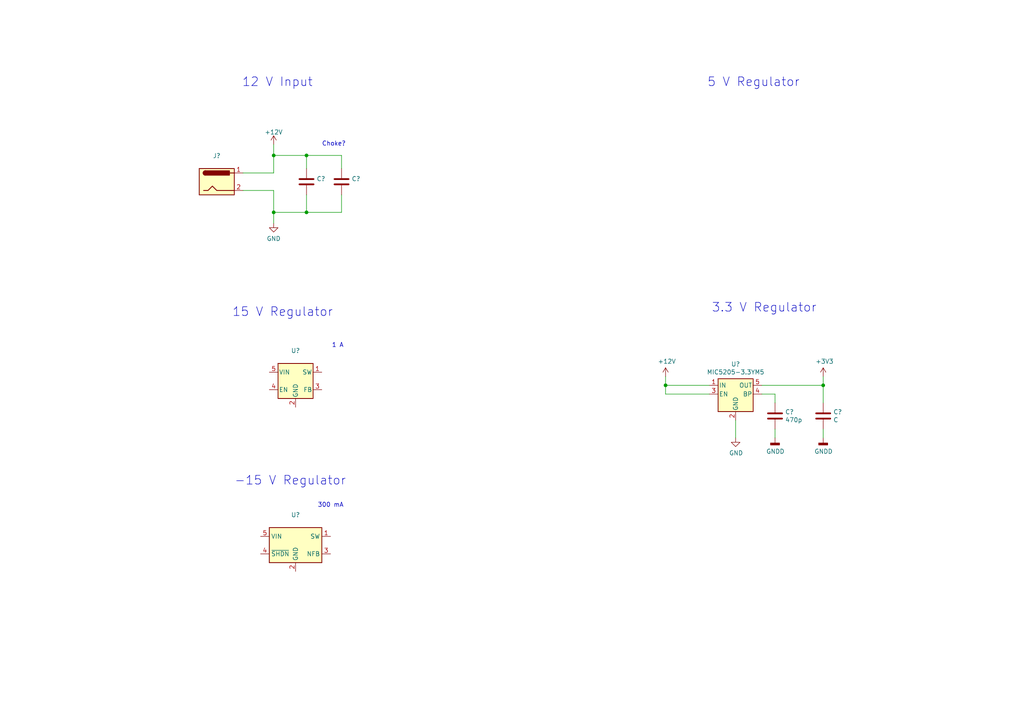
<source format=kicad_sch>
(kicad_sch (version 20211123) (generator eeschema)
  (paper "A4")
  (lib_symbols
    (symbol "Connector:Barrel_Jack" (pin_names (offset 1.016))
      (property "Reference" "J" (at 0 5.334 0))
      (property "Value" "Barrel_Jack" (at 0 -5.08 0))
      (symbol "Barrel_Jack_0_1"
        (rectangle (start -5.08 3.81) (end 5.08 -3.81) (stroke (width 0.254)) (fill (type background)))
        (arc (start -3.302 3.175) (mid -3.937 2.54) (end -3.302 1.905) (stroke (width 0.254)))
        (arc (start -3.302 3.175) (mid -3.937 2.54) (end -3.302 1.905) (stroke (width 0.254)) (fill (type outline)))
        (polyline (pts (xy 5.08 2.54) (xy 3.81 2.54)) (stroke (width 0.254)))
        (polyline (pts (xy -3.81 -2.54) (xy -2.54 -2.54) (xy -1.27 -1.27) (xy 0 -2.54) (xy 2.54 -2.54) (xy 5.08 -2.54)) (stroke (width 0.254)))
        (rectangle (start 3.683 3.175) (end -3.302 1.905) (stroke (width 0.254)) (fill (type outline)))
      )
      (symbol "Barrel_Jack_1_1"
        (pin passive line (at 7.62 2.54 180) (length 2.54) (name "~") (number "1"))
        (pin passive line (at 7.62 -2.54 180) (length 2.54) (name "~") (number "2"))
      )
    )
    (symbol "Device:C" (pin_numbers hide) (pin_names (offset 0.254))
      (property "Reference" "C" (at 0.635 2.54 0))
      (property "Value" "C" (at 0.635 -2.54 0))
      (symbol "C_0_1"
        (polyline (pts (xy -2.032 -0.762) (xy 2.032 -0.762)) (stroke (width 0.508)))
        (polyline (pts (xy -2.032 0.762) (xy 2.032 0.762)) (stroke (width 0.508)))
      )
      (symbol "C_1_1"
        (pin passive line (at 0 3.81 270) (length 2.794) (name "~") (number "1"))
        (pin passive line (at 0 -3.81 90) (length 2.794) (name "~") (number "2"))
      )
    )
    (symbol "Regulator_Linear:MIC5205-3.3YM5" (pin_names (offset 0.254))
      (property "Reference" "U" (at -3.81 5.715 0))
      (property "Value" "MIC5205-3.3YM5" (at 0 5.715 0))
      (symbol "MIC5205-3.3YM5_0_1"
        (rectangle (start -5.08 4.445) (end 5.08 -5.08) (stroke (width 0.254)) (fill (type background)))
      )
      (symbol "MIC5205-3.3YM5_1_1"
        (pin power_in line (at -7.62 2.54 0) (length 2.54) (name "IN") (number "1"))
        (pin power_in line (at 0 -7.62 90) (length 2.54) (name "GND") (number "2"))
        (pin input line (at -7.62 0 0) (length 2.54) (name "EN") (number "3"))
        (pin input line (at 7.62 0 180) (length 2.54) (name "BP") (number "4"))
        (pin power_out line (at 7.62 2.54 180) (length 2.54) (name "OUT") (number "5"))
      )
    )
    (symbol "Regulator_Switching:LM2611xMF"
      (property "Reference" "U" (at -7.62 6.35 0))
      (property "Value" "LM2611xMF" (at 7.62 6.35 0))
      (symbol "LM2611xMF_0_1"
        (rectangle (start -7.62 5.08) (end 7.62 -5.08) (stroke (width 0.254)) (fill (type background)))
      )
      (symbol "LM2611xMF_1_1"
        (pin open_collector line (at 10.16 2.54 180) (length 2.54) (name "SW") (number "1"))
        (pin power_in line (at 0 -7.62 90) (length 2.54) (name "GND") (number "2"))
        (pin input line (at 10.16 -2.54 180) (length 2.54) (name "NFB") (number "3"))
        (pin input line (at -10.16 -2.54 0) (length 2.54) (name "~{SHDN}") (number "4"))
        (pin power_in line (at -10.16 2.54 0) (length 2.54) (name "VIN") (number "5"))
      )
    )
    (symbol "Regulator_Switching:LMR64010XMF" (pin_names (offset 0.254))
      (property "Reference" "U" (at -5.08 6.35 0))
      (property "Value" "LMR64010XMF" (at 0 6.35 0))
      (symbol "LMR64010XMF_0_1"
        (rectangle (start -5.08 5.08) (end 5.08 -5.08) (stroke (width 0.254)) (fill (type background)))
      )
      (symbol "LMR64010XMF_1_1"
        (pin output line (at 7.62 2.54 180) (length 2.54) (name "SW") (number "1"))
        (pin power_in line (at 0 -7.62 90) (length 2.54) (name "GND") (number "2"))
        (pin input line (at 7.62 -2.54 180) (length 2.54) (name "FB") (number "3"))
        (pin input line (at -7.62 -2.54 0) (length 2.54) (name "EN") (number "4"))
        (pin input line (at -7.62 2.54 0) (length 2.54) (name "VIN") (number "5"))
      )
    )
    (symbol "power:+12V" (power) (pin_names (offset 0))
      (property "Value" "+12V" (at 0 3.556 0))
      (symbol "+12V_0_1"
        (polyline (pts (xy -0.762 1.27) (xy 0 2.54)))
        (polyline (pts (xy 0 0) (xy 0 2.54)))
        (polyline (pts (xy 0 2.54) (xy 0.762 1.27)))
      )
      (symbol "+12V_1_1"
        (pin power_in line (at 0 0 90) (length 0) hide (name "+12V") (number "1"))
      )
    )
    (symbol "power:+3V3" (power) (pin_names (offset 0))
      (property "Value" "+3V3" (at 0 3.556 0))
      (symbol "+3V3_0_1"
        (polyline (pts (xy -0.762 1.27) (xy 0 2.54)))
        (polyline (pts (xy 0 0) (xy 0 2.54)))
        (polyline (pts (xy 0 2.54) (xy 0.762 1.27)))
      )
      (symbol "+3V3_1_1"
        (pin power_in line (at 0 0 90) (length 0) hide (name "+3V3") (number "1"))
      )
    )
    (symbol "power:GND" (power) (pin_names (offset 0))
      (property "Value" "GND" (at 0 -3.81 0))
      (symbol "GND_0_1"
        (polyline (pts (xy 0 0) (xy 0 -1.27) (xy 1.27 -1.27) (xy 0 -2.54) (xy -1.27 -1.27) (xy 0 -1.27)))
      )
      (symbol "GND_1_1"
        (pin power_in line (at 0 0 270) (length 0) hide (name "GND") (number "1"))
      )
    )
    (symbol "power:GNDD" (power) (pin_names (offset 0))
      (property "Value" "GNDD" (at 0 -3.175 0))
      (symbol "GNDD_0_1"
        (rectangle (start -1.27 -1.524) (end 1.27 -2.032) (stroke (width 0.254)) (fill (type outline)))
        (polyline (pts (xy 0 0) (xy 0 -1.524)))
      )
      (symbol "GNDD_1_1"
        (pin power_in line (at 0 0 270) (length 0) hide (name "GNDD") (number "1"))
      )
    )
  )
  (junction (at 238.76 111.76))
  (junction (at 79.375 61.595))
  (junction (at 193.04 111.76))
  (junction (at 88.9 61.595))
  (junction (at 88.9 45.085))
  (junction (at 79.375 45.085))
  (wire (pts (xy 99.06 45.085) (xy 99.06 48.895)))
  (wire (pts (xy 79.375 55.245) (xy 79.375 61.595)))
  (wire (pts (xy 99.06 56.515) (xy 99.06 61.595)))
  (wire (pts (xy 193.04 109.22) (xy 193.04 111.76)))
  (wire (pts (xy 79.375 45.085) (xy 79.375 50.165)))
  (wire (pts (xy 79.375 61.595) (xy 79.375 64.77)))
  (wire (pts (xy 238.76 111.76) (xy 220.98 111.76)))
  (wire (pts (xy 88.9 45.085) (xy 88.9 48.895)))
  (wire (pts (xy 213.36 121.92) (xy 213.36 127)))
  (wire (pts (xy 70.485 50.165) (xy 79.375 50.165)))
  (wire (pts (xy 193.04 111.76) (xy 193.04 114.3)))
  (wire (pts (xy 88.9 56.515) (xy 88.9 61.595)))
  (wire (pts (xy 70.485 55.245) (xy 79.375 55.245)))
  (wire (pts (xy 224.79 116.84) (xy 224.79 114.3)))
  (wire (pts (xy 205.74 111.76) (xy 193.04 111.76)))
  (wire (pts (xy 224.79 124.46) (xy 224.79 127)))
  (wire (pts (xy 238.76 116.84) (xy 238.76 111.76)))
  (wire (pts (xy 238.76 109.22) (xy 238.76 111.76)))
  (wire (pts (xy 224.79 114.3) (xy 220.98 114.3)))
  (wire (pts (xy 79.375 41.91) (xy 79.375 45.085)))
  (wire (pts (xy 193.04 114.3) (xy 205.74 114.3)))
  (wire (pts (xy 238.76 124.46) (xy 238.76 127)))
  (wire (pts (xy 88.9 45.085) (xy 99.06 45.085)))
  (wire (pts (xy 79.375 45.085) (xy 88.9 45.085)))
  (wire (pts (xy 79.375 61.595) (xy 88.9 61.595)))
  (wire (pts (xy 88.9 61.595) (xy 99.06 61.595)))
  (text "5 V Regulator" (at 205.105 25.4 0) (effects (font (size 2.54 2.54)) (justify left bottom)))
  (text "-15 V Regulator" (at 67.945 140.97 0) (effects (font (size 2.54 2.54)) (justify left bottom)))
  (text "1 A" (at 99.695 100.965 180) (effects (font (size 1.27 1.27)) (justify right bottom)))
  (text "300 mA" (at 99.695 147.32 180) (effects (font (size 1.27 1.27)) (justify right bottom)))
  (text "12 V Input" (at 90.805 25.4 180) (effects (font (size 2.54 2.54)) (justify right bottom)))
  (text "3.3 V Regulator" (at 206.375 90.805 0) (effects (font (size 2.54 2.54)) (justify left bottom)))
  (text "15 V Regulator" (at 67.31 92.075 0) (effects (font (size 2.54 2.54)) (justify left bottom)))
  (text "Choke?" (at 100.33 42.545 180) (effects (font (size 1.27 1.27)) (justify right bottom)))
  (symbol (lib_id "Regulator_Linear:MIC5205-3.3YM5") (at 213.36 114.3 0) (unit 1)
    (property "Reference" "U?" (at 213.36 105.6132 0))
    (property "Value" "MIC5205-3.3YM5" (at 213.36 107.9246 0))
    (property "Footprint" "Package_TO_SOT_SMD:SOT-23-5" (effects hide))
    (property "Datasheet" "http://ww1.microchip.com/downloads/en/DeviceDoc/20005785A.pdf" (effects hide))
  )
  (symbol (lib_id "Device:C") (at 238.76 120.65 0) (unit 1)
    (property "Reference" "C?" (at 241.681 119.4816 0) (effects (justify left)))
    (property "Value" "C" (at 241.681 121.793 0) (effects (justify left)))
  )
  (symbol (lib_id "Device:C") (at 224.79 120.65 0) (unit 1)
    (property "Reference" "C?" (at 227.711 119.4816 0) (effects (justify left)))
    (property "Value" "470p" (at 227.711 121.793 0) (effects (justify left)))
  )
  (symbol (lib_id "power:+3V3") (at 238.76 109.22 0) (unit 1)
    (property "Reference" "#PWR?" (effects hide))
    (property "Value" "+3V3" (at 239.141 104.8258 0))
  )
  (symbol (lib_id "power:GNDD") (at 224.79 127 0) (unit 1)
    (property "Reference" "#PWR?" (effects hide))
    (property "Value" "GNDD" (at 224.8916 130.937 0))
  )
  (symbol (lib_id "power:GND") (at 213.36 127 0) (unit 1)
    (property "Reference" "#PWR?" (effects hide))
    (property "Value" "GND" (at 213.487 131.3942 0))
  )
  (symbol (lib_id "power:GNDD") (at 238.76 127 0) (unit 1)
    (property "Reference" "#PWR?" (effects hide))
    (property "Value" "GNDD" (at 238.8616 130.937 0))
  )
  (symbol (lib_id "power:+12V") (at 193.04 109.22 0) (unit 1)
    (property "Reference" "#PWR?" (effects hide))
    (property "Value" "+12V" (at 193.421 104.8258 0))
  )
  (symbol (lib_id "Regulator_Switching:LM2611xMF") (at 85.725 158.115 0) (unit 1)
    (property "Reference" "U?" (at 85.725 149.3352 0))
    (property "Datasheet" "https://www.ti.com/lit/ds/symlink/lm2611.pdf" (effects hide))
  )
  (symbol (lib_id "Connector:Barrel_Jack") (at 62.865 52.705 0) (unit 1)
    (property "Reference" "J?" (at 62.865 45.1952 0))
  )
  (symbol (lib_id "power:+12V") (at 79.375 41.91 0) (unit 1)
    (property "Reference" "#PWR?" (effects hide))
  )
  (symbol (lib_id "Device:C") (at 99.06 52.705 0) (unit 1)
    (property "Reference" "C?" (at 101.981 51.8703 0) (effects (justify left)))
  )
  (symbol (lib_id "power:GND") (at 79.375 64.77 0) (unit 1)
    (property "Reference" "#PWR?" (effects hide))
  )
  (symbol (lib_id "Regulator_Switching:LMR64010XMF") (at 85.725 110.49 0) (unit 1)
    (property "Reference" "U?" (at 85.725 101.7102 0))
    (property "Datasheet" "http://www.ti.com/lit/ds/symlink/lmr64010.pdf" (effects hide))
  )
  (symbol (lib_id "Device:C") (at 88.9 52.705 0) (unit 1)
    (property "Reference" "C?" (at 91.821 51.8703 0) (effects (justify left)))
  )
)
</source>
